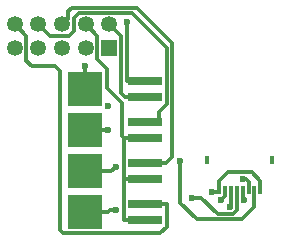
<source format=gtl>
G04*
G04 #@! TF.GenerationSoftware,Altium Limited,Altium Designer,19.1.8 (144)*
G04*
G04 Layer_Physical_Order=1*
G04 Layer_Color=255*
%FSLAX43Y43*%
%MOMM*%
G71*
G01*
G75*
%ADD12R,3.000X0.700*%
%ADD13R,0.300X0.800*%
%ADD14R,3.000X3.000*%
%ADD15R,0.400X0.800*%
%ADD23C,0.300*%
%ADD24R,1.350X1.350*%
%ADD25C,1.350*%
%ADD26C,0.600*%
D12*
X181275Y71029D02*
D03*
Y72429D02*
D03*
Y68972D02*
D03*
Y67572D02*
D03*
Y64101D02*
D03*
Y60601D02*
D03*
Y62001D02*
D03*
Y65501D02*
D03*
D13*
X187517Y63201D02*
D03*
X191017D02*
D03*
X190517D02*
D03*
X188517D02*
D03*
X189517D02*
D03*
X188017D02*
D03*
X190017D02*
D03*
X189017D02*
D03*
D14*
X176195Y71729D02*
D03*
Y68272D02*
D03*
Y64801D02*
D03*
Y61301D02*
D03*
D15*
X192017Y65701D02*
D03*
X186517D02*
D03*
D23*
X186011Y62525D02*
X187405Y61130D01*
X185200Y62525D02*
X186011D01*
X179582Y71029D02*
X181275D01*
X179201Y71410D02*
X179582Y71029D01*
X179201Y71410D02*
Y76217D01*
X178217Y77201D02*
X179201Y76217D01*
X179760Y72429D02*
X181275D01*
X179734Y77402D02*
X179760Y72429D01*
X186894Y62978D02*
X187517D01*
Y63201D01*
Y63940D01*
X188244Y64667D01*
X190290D01*
X191017Y63940D01*
Y63201D02*
Y63940D01*
X184205Y62098D02*
Y65611D01*
Y62098D02*
X185623Y60680D01*
X189471D01*
X190517Y61726D01*
Y63201D01*
X188421Y61778D02*
Y61859D01*
X188517Y61955D01*
Y63201D01*
X189517Y62463D02*
X189640Y62340D01*
X189517Y62463D02*
Y63201D01*
X187654Y62351D02*
X187691D01*
X188017Y62677D01*
Y63201D01*
X189818Y64067D02*
X190017Y63868D01*
X189513Y64067D02*
X189818D01*
X190017Y63201D02*
Y63868D01*
X187405Y61130D02*
X188688D01*
X189021Y61464D01*
Y62961D01*
X189017Y62965D02*
X189021Y62961D01*
X189017Y62965D02*
Y63201D01*
X176195Y71729D02*
Y73656D01*
Y68272D02*
X178122D01*
X178410Y64801D02*
X178756Y65146D01*
X176195Y64801D02*
X178410D01*
X178269Y61476D02*
X178756D01*
X178094Y61301D02*
X178269Y61476D01*
X176195Y61301D02*
X178094D01*
X181275Y68972D02*
X182427D01*
Y69769D01*
X183075Y70417D01*
Y75213D01*
X180112Y78176D02*
X183075Y75213D01*
X175632Y78176D02*
X180112D01*
X175213Y77758D02*
X175632Y78176D01*
X175213Y76602D02*
Y77758D01*
X174820Y76208D02*
X175213Y76602D01*
X173210Y76208D02*
X174820D01*
X172217Y77201D02*
X173210Y76208D01*
X179480Y60601D02*
X181275D01*
X179455Y60626D02*
X179480Y60601D01*
Y64101D02*
X181275D01*
X179455Y60626D02*
Y64076D01*
Y64126D02*
X179480Y64101D01*
X179455Y64076D02*
X179480Y64101D01*
Y67572D02*
X181275D01*
X179455Y64126D02*
Y67546D01*
X179264Y67737D02*
X179455Y67546D01*
X179480Y67572D01*
X179264Y67737D02*
Y70557D01*
X178007Y71814D02*
X179264Y70557D01*
X178007Y71814D02*
Y73440D01*
X177220Y74227D02*
X178007Y73440D01*
X177220Y74227D02*
Y76198D01*
X176217Y77201D02*
X177220Y76198D01*
X181275Y65501D02*
X183062D01*
X183525Y65964D01*
Y75651D01*
X180551Y78626D02*
X183525Y75651D01*
X175046Y78626D02*
X180551D01*
X174710Y78291D02*
X175046Y78626D01*
X174710Y77694D02*
Y78291D01*
X174217Y77201D02*
X174710Y77694D01*
X181275Y62001D02*
X183062D01*
X183087Y61976D01*
Y60054D02*
Y61976D01*
X182528Y59495D02*
X183087Y60054D01*
X174324Y59495D02*
X182528D01*
X174045Y59774D02*
X174324Y59495D01*
X174045Y59774D02*
Y73211D01*
X173613Y73643D02*
X174045Y73211D01*
X171645Y73643D02*
X173613D01*
X171210Y74077D02*
X171645Y73643D01*
X171210Y74077D02*
Y76208D01*
X170217Y77201D02*
X171210Y76208D01*
D24*
X178217Y75201D02*
D03*
D25*
Y77201D02*
D03*
X176217Y75201D02*
D03*
Y77201D02*
D03*
X174217Y75201D02*
D03*
Y77201D02*
D03*
X172217Y75201D02*
D03*
Y77201D02*
D03*
X170217Y75201D02*
D03*
Y77201D02*
D03*
D26*
X185200Y62525D02*
D03*
X179734Y77402D02*
D03*
X186894Y62978D02*
D03*
X184205Y65611D02*
D03*
X188421Y61778D02*
D03*
X189640Y62340D02*
D03*
X187654Y62351D02*
D03*
X189513Y64067D02*
D03*
X176195Y73656D02*
D03*
X178122Y68272D02*
D03*
X178756Y65146D02*
D03*
Y61476D02*
D03*
X178122Y70301D02*
D03*
M02*

</source>
